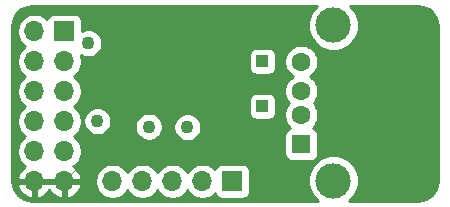
<source format=gbr>
G04 #@! TF.GenerationSoftware,KiCad,Pcbnew,5.1.6-c6e7f7d~86~ubuntu18.04.1*
G04 #@! TF.CreationDate,2021-05-10T21:06:11-07:00*
G04 #@! TF.ProjectId,usb_host_pmod,7573625f-686f-4737-945f-706d6f642e6b,rev?*
G04 #@! TF.SameCoordinates,Original*
G04 #@! TF.FileFunction,Copper,L3,Inr*
G04 #@! TF.FilePolarity,Positive*
%FSLAX46Y46*%
G04 Gerber Fmt 4.6, Leading zero omitted, Abs format (unit mm)*
G04 Created by KiCad (PCBNEW 5.1.6-c6e7f7d~86~ubuntu18.04.1) date 2021-05-10 21:06:11*
%MOMM*%
%LPD*%
G01*
G04 APERTURE LIST*
G04 #@! TA.AperFunction,ViaPad*
%ADD10R,1.000000X1.000000*%
G04 #@! TD*
G04 #@! TA.AperFunction,ViaPad*
%ADD11C,1.600000*%
G04 #@! TD*
G04 #@! TA.AperFunction,ViaPad*
%ADD12R,1.600000X1.600000*%
G04 #@! TD*
G04 #@! TA.AperFunction,ViaPad*
%ADD13C,3.000000*%
G04 #@! TD*
G04 #@! TA.AperFunction,ViaPad*
%ADD14O,1.700000X1.700000*%
G04 #@! TD*
G04 #@! TA.AperFunction,ViaPad*
%ADD15R,1.700000X1.700000*%
G04 #@! TD*
G04 #@! TA.AperFunction,ViaPad*
%ADD16C,1.100000*%
G04 #@! TD*
G04 #@! TA.AperFunction,Conductor*
%ADD17C,0.088900*%
G04 #@! TD*
G04 #@! TA.AperFunction,Conductor*
%ADD18C,0.254000*%
G04 #@! TD*
G04 APERTURE END LIST*
D10*
X103124000Y-96520000D03*
X103124000Y-100330000D03*
D11*
X106426000Y-96542000D03*
X106426000Y-99042000D03*
X106426000Y-101042000D03*
D12*
X106426000Y-103542000D03*
D13*
X109136000Y-106612000D03*
X109136000Y-93472000D03*
D14*
X90424000Y-106680000D03*
X92964000Y-106680000D03*
X95504000Y-106680000D03*
X98044000Y-106680000D03*
D15*
X100584000Y-106680000D03*
D14*
X83820000Y-106680000D03*
X86360000Y-106680000D03*
X83820000Y-104140000D03*
X86360000Y-104140000D03*
X83820000Y-101600000D03*
X86360000Y-101600000D03*
X83820000Y-99060000D03*
X86360000Y-99060000D03*
X83820000Y-96520000D03*
X86360000Y-96520000D03*
X83820000Y-93980000D03*
D15*
X86360000Y-93980000D03*
D16*
X90678000Y-97028000D03*
X88392000Y-94996000D03*
X96774000Y-102108000D03*
X93512540Y-102044500D03*
X89154000Y-101600000D03*
D17*
X83820000Y-106680000D02*
X86360000Y-106680000D01*
X89916000Y-97282000D02*
X90424000Y-97282000D01*
X90424000Y-97282000D02*
X90678000Y-97028000D01*
X86360000Y-106680000D02*
X87884000Y-105156000D01*
X87884000Y-105156000D02*
X87884000Y-99314000D01*
X87884000Y-99314000D02*
X89916000Y-97282000D01*
D18*
G36*
X107477637Y-92111017D02*
G01*
X107243988Y-92460698D01*
X107083047Y-92849244D01*
X107001000Y-93261721D01*
X107001000Y-93682279D01*
X107083047Y-94094756D01*
X107243988Y-94483302D01*
X107477637Y-94832983D01*
X107775017Y-95130363D01*
X108124698Y-95364012D01*
X108513244Y-95524953D01*
X108925721Y-95607000D01*
X109346279Y-95607000D01*
X109758756Y-95524953D01*
X110147302Y-95364012D01*
X110496983Y-95130363D01*
X110794363Y-94832983D01*
X111028012Y-94483302D01*
X111188953Y-94094756D01*
X111271000Y-93682279D01*
X111271000Y-93261721D01*
X111188953Y-92849244D01*
X111028012Y-92460698D01*
X110794363Y-92111017D01*
X110529346Y-91846000D01*
X116299721Y-91846000D01*
X116647210Y-91880072D01*
X116950413Y-91971614D01*
X117230064Y-92120307D01*
X117475505Y-92320484D01*
X117677391Y-92564521D01*
X117828031Y-92843125D01*
X117921690Y-93145688D01*
X117958001Y-93491167D01*
X117958000Y-106647721D01*
X117923928Y-106995209D01*
X117832384Y-107298417D01*
X117683693Y-107578063D01*
X117483516Y-107823505D01*
X117239476Y-108025392D01*
X116960875Y-108176031D01*
X116658313Y-108269690D01*
X116312842Y-108306000D01*
X110443648Y-108306000D01*
X110496983Y-108270363D01*
X110794363Y-107972983D01*
X111028012Y-107623302D01*
X111188953Y-107234756D01*
X111271000Y-106822279D01*
X111271000Y-106401721D01*
X111188953Y-105989244D01*
X111028012Y-105600698D01*
X110794363Y-105251017D01*
X110496983Y-104953637D01*
X110147302Y-104719988D01*
X109758756Y-104559047D01*
X109346279Y-104477000D01*
X108925721Y-104477000D01*
X108513244Y-104559047D01*
X108124698Y-104719988D01*
X107775017Y-104953637D01*
X107477637Y-105251017D01*
X107243988Y-105600698D01*
X107083047Y-105989244D01*
X107001000Y-106401721D01*
X107001000Y-106822279D01*
X107083047Y-107234756D01*
X107243988Y-107623302D01*
X107477637Y-107972983D01*
X107775017Y-108270363D01*
X107828352Y-108306000D01*
X83598279Y-108306000D01*
X83250791Y-108271928D01*
X82947583Y-108180384D01*
X82667937Y-108031693D01*
X82422495Y-107831516D01*
X82220608Y-107587476D01*
X82069969Y-107308875D01*
X81985776Y-107036890D01*
X82378524Y-107036890D01*
X82423175Y-107184099D01*
X82548359Y-107446920D01*
X82722412Y-107680269D01*
X82938645Y-107875178D01*
X83188748Y-108024157D01*
X83463109Y-108121481D01*
X83693000Y-108000814D01*
X83693000Y-106807000D01*
X83947000Y-106807000D01*
X83947000Y-108000814D01*
X84176891Y-108121481D01*
X84451252Y-108024157D01*
X84701355Y-107875178D01*
X84917588Y-107680269D01*
X85090000Y-107449120D01*
X85262412Y-107680269D01*
X85478645Y-107875178D01*
X85728748Y-108024157D01*
X86003109Y-108121481D01*
X86233000Y-108000814D01*
X86233000Y-106807000D01*
X86487000Y-106807000D01*
X86487000Y-108000814D01*
X86716891Y-108121481D01*
X86991252Y-108024157D01*
X87241355Y-107875178D01*
X87457588Y-107680269D01*
X87631641Y-107446920D01*
X87756825Y-107184099D01*
X87801476Y-107036890D01*
X87680155Y-106807000D01*
X86487000Y-106807000D01*
X86233000Y-106807000D01*
X83947000Y-106807000D01*
X83693000Y-106807000D01*
X82499845Y-106807000D01*
X82378524Y-107036890D01*
X81985776Y-107036890D01*
X81976310Y-107006313D01*
X81940000Y-106660842D01*
X81940000Y-93833740D01*
X82335000Y-93833740D01*
X82335000Y-94126260D01*
X82392068Y-94413158D01*
X82504010Y-94683411D01*
X82666525Y-94926632D01*
X82873368Y-95133475D01*
X83047760Y-95250000D01*
X82873368Y-95366525D01*
X82666525Y-95573368D01*
X82504010Y-95816589D01*
X82392068Y-96086842D01*
X82335000Y-96373740D01*
X82335000Y-96666260D01*
X82392068Y-96953158D01*
X82504010Y-97223411D01*
X82666525Y-97466632D01*
X82873368Y-97673475D01*
X83047760Y-97790000D01*
X82873368Y-97906525D01*
X82666525Y-98113368D01*
X82504010Y-98356589D01*
X82392068Y-98626842D01*
X82335000Y-98913740D01*
X82335000Y-99206260D01*
X82392068Y-99493158D01*
X82504010Y-99763411D01*
X82666525Y-100006632D01*
X82873368Y-100213475D01*
X83047760Y-100330000D01*
X82873368Y-100446525D01*
X82666525Y-100653368D01*
X82504010Y-100896589D01*
X82392068Y-101166842D01*
X82335000Y-101453740D01*
X82335000Y-101746260D01*
X82392068Y-102033158D01*
X82504010Y-102303411D01*
X82666525Y-102546632D01*
X82873368Y-102753475D01*
X83047760Y-102870000D01*
X82873368Y-102986525D01*
X82666525Y-103193368D01*
X82504010Y-103436589D01*
X82392068Y-103706842D01*
X82335000Y-103993740D01*
X82335000Y-104286260D01*
X82392068Y-104573158D01*
X82504010Y-104843411D01*
X82666525Y-105086632D01*
X82873368Y-105293475D01*
X83055534Y-105415195D01*
X82938645Y-105484822D01*
X82722412Y-105679731D01*
X82548359Y-105913080D01*
X82423175Y-106175901D01*
X82378524Y-106323110D01*
X82499845Y-106553000D01*
X83693000Y-106553000D01*
X83693000Y-106533000D01*
X83947000Y-106533000D01*
X83947000Y-106553000D01*
X86233000Y-106553000D01*
X86233000Y-106533000D01*
X86487000Y-106533000D01*
X86487000Y-106553000D01*
X87680155Y-106553000D01*
X87690319Y-106533740D01*
X88939000Y-106533740D01*
X88939000Y-106826260D01*
X88996068Y-107113158D01*
X89108010Y-107383411D01*
X89270525Y-107626632D01*
X89477368Y-107833475D01*
X89720589Y-107995990D01*
X89990842Y-108107932D01*
X90277740Y-108165000D01*
X90570260Y-108165000D01*
X90857158Y-108107932D01*
X91127411Y-107995990D01*
X91370632Y-107833475D01*
X91577475Y-107626632D01*
X91694000Y-107452240D01*
X91810525Y-107626632D01*
X92017368Y-107833475D01*
X92260589Y-107995990D01*
X92530842Y-108107932D01*
X92817740Y-108165000D01*
X93110260Y-108165000D01*
X93397158Y-108107932D01*
X93667411Y-107995990D01*
X93910632Y-107833475D01*
X94117475Y-107626632D01*
X94234000Y-107452240D01*
X94350525Y-107626632D01*
X94557368Y-107833475D01*
X94800589Y-107995990D01*
X95070842Y-108107932D01*
X95357740Y-108165000D01*
X95650260Y-108165000D01*
X95937158Y-108107932D01*
X96207411Y-107995990D01*
X96450632Y-107833475D01*
X96657475Y-107626632D01*
X96774000Y-107452240D01*
X96890525Y-107626632D01*
X97097368Y-107833475D01*
X97340589Y-107995990D01*
X97610842Y-108107932D01*
X97897740Y-108165000D01*
X98190260Y-108165000D01*
X98477158Y-108107932D01*
X98747411Y-107995990D01*
X98990632Y-107833475D01*
X99122487Y-107701620D01*
X99144498Y-107774180D01*
X99203463Y-107884494D01*
X99282815Y-107981185D01*
X99379506Y-108060537D01*
X99489820Y-108119502D01*
X99609518Y-108155812D01*
X99734000Y-108168072D01*
X101434000Y-108168072D01*
X101558482Y-108155812D01*
X101678180Y-108119502D01*
X101788494Y-108060537D01*
X101885185Y-107981185D01*
X101964537Y-107884494D01*
X102023502Y-107774180D01*
X102059812Y-107654482D01*
X102072072Y-107530000D01*
X102072072Y-105830000D01*
X102059812Y-105705518D01*
X102023502Y-105585820D01*
X101964537Y-105475506D01*
X101885185Y-105378815D01*
X101788494Y-105299463D01*
X101678180Y-105240498D01*
X101558482Y-105204188D01*
X101434000Y-105191928D01*
X99734000Y-105191928D01*
X99609518Y-105204188D01*
X99489820Y-105240498D01*
X99379506Y-105299463D01*
X99282815Y-105378815D01*
X99203463Y-105475506D01*
X99144498Y-105585820D01*
X99122487Y-105658380D01*
X98990632Y-105526525D01*
X98747411Y-105364010D01*
X98477158Y-105252068D01*
X98190260Y-105195000D01*
X97897740Y-105195000D01*
X97610842Y-105252068D01*
X97340589Y-105364010D01*
X97097368Y-105526525D01*
X96890525Y-105733368D01*
X96774000Y-105907760D01*
X96657475Y-105733368D01*
X96450632Y-105526525D01*
X96207411Y-105364010D01*
X95937158Y-105252068D01*
X95650260Y-105195000D01*
X95357740Y-105195000D01*
X95070842Y-105252068D01*
X94800589Y-105364010D01*
X94557368Y-105526525D01*
X94350525Y-105733368D01*
X94234000Y-105907760D01*
X94117475Y-105733368D01*
X93910632Y-105526525D01*
X93667411Y-105364010D01*
X93397158Y-105252068D01*
X93110260Y-105195000D01*
X92817740Y-105195000D01*
X92530842Y-105252068D01*
X92260589Y-105364010D01*
X92017368Y-105526525D01*
X91810525Y-105733368D01*
X91694000Y-105907760D01*
X91577475Y-105733368D01*
X91370632Y-105526525D01*
X91127411Y-105364010D01*
X90857158Y-105252068D01*
X90570260Y-105195000D01*
X90277740Y-105195000D01*
X89990842Y-105252068D01*
X89720589Y-105364010D01*
X89477368Y-105526525D01*
X89270525Y-105733368D01*
X89108010Y-105976589D01*
X88996068Y-106246842D01*
X88939000Y-106533740D01*
X87690319Y-106533740D01*
X87801476Y-106323110D01*
X87756825Y-106175901D01*
X87631641Y-105913080D01*
X87457588Y-105679731D01*
X87241355Y-105484822D01*
X87124466Y-105415195D01*
X87306632Y-105293475D01*
X87513475Y-105086632D01*
X87675990Y-104843411D01*
X87787932Y-104573158D01*
X87845000Y-104286260D01*
X87845000Y-103993740D01*
X87787932Y-103706842D01*
X87675990Y-103436589D01*
X87513475Y-103193368D01*
X87306632Y-102986525D01*
X87132240Y-102870000D01*
X87306632Y-102753475D01*
X87513475Y-102546632D01*
X87675990Y-102303411D01*
X87787932Y-102033158D01*
X87845000Y-101746260D01*
X87845000Y-101483288D01*
X87969000Y-101483288D01*
X87969000Y-101716712D01*
X88014539Y-101945652D01*
X88103866Y-102161308D01*
X88233550Y-102355394D01*
X88398606Y-102520450D01*
X88592692Y-102650134D01*
X88808348Y-102739461D01*
X89037288Y-102785000D01*
X89270712Y-102785000D01*
X89499652Y-102739461D01*
X89715308Y-102650134D01*
X89909394Y-102520450D01*
X90074450Y-102355394D01*
X90204134Y-102161308D01*
X90293461Y-101945652D01*
X90297014Y-101927788D01*
X92327540Y-101927788D01*
X92327540Y-102161212D01*
X92373079Y-102390152D01*
X92462406Y-102605808D01*
X92592090Y-102799894D01*
X92757146Y-102964950D01*
X92951232Y-103094634D01*
X93166888Y-103183961D01*
X93395828Y-103229500D01*
X93629252Y-103229500D01*
X93858192Y-103183961D01*
X94073848Y-103094634D01*
X94267934Y-102964950D01*
X94432990Y-102799894D01*
X94562674Y-102605808D01*
X94652001Y-102390152D01*
X94697540Y-102161212D01*
X94697540Y-101991288D01*
X95589000Y-101991288D01*
X95589000Y-102224712D01*
X95634539Y-102453652D01*
X95723866Y-102669308D01*
X95853550Y-102863394D01*
X96018606Y-103028450D01*
X96212692Y-103158134D01*
X96428348Y-103247461D01*
X96657288Y-103293000D01*
X96890712Y-103293000D01*
X97119652Y-103247461D01*
X97335308Y-103158134D01*
X97529394Y-103028450D01*
X97694450Y-102863394D01*
X97775562Y-102742000D01*
X104987928Y-102742000D01*
X104987928Y-104342000D01*
X105000188Y-104466482D01*
X105036498Y-104586180D01*
X105095463Y-104696494D01*
X105174815Y-104793185D01*
X105271506Y-104872537D01*
X105381820Y-104931502D01*
X105501518Y-104967812D01*
X105626000Y-104980072D01*
X107226000Y-104980072D01*
X107350482Y-104967812D01*
X107470180Y-104931502D01*
X107580494Y-104872537D01*
X107677185Y-104793185D01*
X107756537Y-104696494D01*
X107815502Y-104586180D01*
X107851812Y-104466482D01*
X107864072Y-104342000D01*
X107864072Y-102742000D01*
X107851812Y-102617518D01*
X107815502Y-102497820D01*
X107756537Y-102387506D01*
X107677185Y-102290815D01*
X107580494Y-102211463D01*
X107470180Y-102152498D01*
X107374057Y-102123339D01*
X107540637Y-101956759D01*
X107697680Y-101721727D01*
X107805853Y-101460574D01*
X107861000Y-101183335D01*
X107861000Y-100900665D01*
X107805853Y-100623426D01*
X107697680Y-100362273D01*
X107540637Y-100127241D01*
X107455396Y-100042000D01*
X107540637Y-99956759D01*
X107697680Y-99721727D01*
X107805853Y-99460574D01*
X107861000Y-99183335D01*
X107861000Y-98900665D01*
X107805853Y-98623426D01*
X107697680Y-98362273D01*
X107540637Y-98127241D01*
X107340759Y-97927363D01*
X107138173Y-97792000D01*
X107340759Y-97656637D01*
X107540637Y-97456759D01*
X107697680Y-97221727D01*
X107805853Y-96960574D01*
X107861000Y-96683335D01*
X107861000Y-96400665D01*
X107805853Y-96123426D01*
X107697680Y-95862273D01*
X107540637Y-95627241D01*
X107340759Y-95427363D01*
X107105727Y-95270320D01*
X106844574Y-95162147D01*
X106567335Y-95107000D01*
X106284665Y-95107000D01*
X106007426Y-95162147D01*
X105746273Y-95270320D01*
X105511241Y-95427363D01*
X105311363Y-95627241D01*
X105154320Y-95862273D01*
X105046147Y-96123426D01*
X104991000Y-96400665D01*
X104991000Y-96683335D01*
X105046147Y-96960574D01*
X105154320Y-97221727D01*
X105311363Y-97456759D01*
X105511241Y-97656637D01*
X105713827Y-97792000D01*
X105511241Y-97927363D01*
X105311363Y-98127241D01*
X105154320Y-98362273D01*
X105046147Y-98623426D01*
X104991000Y-98900665D01*
X104991000Y-99183335D01*
X105046147Y-99460574D01*
X105154320Y-99721727D01*
X105311363Y-99956759D01*
X105396604Y-100042000D01*
X105311363Y-100127241D01*
X105154320Y-100362273D01*
X105046147Y-100623426D01*
X104991000Y-100900665D01*
X104991000Y-101183335D01*
X105046147Y-101460574D01*
X105154320Y-101721727D01*
X105311363Y-101956759D01*
X105477943Y-102123339D01*
X105381820Y-102152498D01*
X105271506Y-102211463D01*
X105174815Y-102290815D01*
X105095463Y-102387506D01*
X105036498Y-102497820D01*
X105000188Y-102617518D01*
X104987928Y-102742000D01*
X97775562Y-102742000D01*
X97824134Y-102669308D01*
X97913461Y-102453652D01*
X97959000Y-102224712D01*
X97959000Y-101991288D01*
X97913461Y-101762348D01*
X97824134Y-101546692D01*
X97694450Y-101352606D01*
X97529394Y-101187550D01*
X97335308Y-101057866D01*
X97119652Y-100968539D01*
X96890712Y-100923000D01*
X96657288Y-100923000D01*
X96428348Y-100968539D01*
X96212692Y-101057866D01*
X96018606Y-101187550D01*
X95853550Y-101352606D01*
X95723866Y-101546692D01*
X95634539Y-101762348D01*
X95589000Y-101991288D01*
X94697540Y-101991288D01*
X94697540Y-101927788D01*
X94652001Y-101698848D01*
X94562674Y-101483192D01*
X94432990Y-101289106D01*
X94267934Y-101124050D01*
X94073848Y-100994366D01*
X93858192Y-100905039D01*
X93629252Y-100859500D01*
X93395828Y-100859500D01*
X93166888Y-100905039D01*
X92951232Y-100994366D01*
X92757146Y-101124050D01*
X92592090Y-101289106D01*
X92462406Y-101483192D01*
X92373079Y-101698848D01*
X92327540Y-101927788D01*
X90297014Y-101927788D01*
X90339000Y-101716712D01*
X90339000Y-101483288D01*
X90293461Y-101254348D01*
X90204134Y-101038692D01*
X90074450Y-100844606D01*
X89909394Y-100679550D01*
X89715308Y-100549866D01*
X89499652Y-100460539D01*
X89270712Y-100415000D01*
X89037288Y-100415000D01*
X88808348Y-100460539D01*
X88592692Y-100549866D01*
X88398606Y-100679550D01*
X88233550Y-100844606D01*
X88103866Y-101038692D01*
X88014539Y-101254348D01*
X87969000Y-101483288D01*
X87845000Y-101483288D01*
X87845000Y-101453740D01*
X87787932Y-101166842D01*
X87675990Y-100896589D01*
X87513475Y-100653368D01*
X87306632Y-100446525D01*
X87132240Y-100330000D01*
X87306632Y-100213475D01*
X87513475Y-100006632D01*
X87631496Y-99830000D01*
X101985928Y-99830000D01*
X101985928Y-100830000D01*
X101998188Y-100954482D01*
X102034498Y-101074180D01*
X102093463Y-101184494D01*
X102172815Y-101281185D01*
X102269506Y-101360537D01*
X102379820Y-101419502D01*
X102499518Y-101455812D01*
X102624000Y-101468072D01*
X103624000Y-101468072D01*
X103748482Y-101455812D01*
X103868180Y-101419502D01*
X103978494Y-101360537D01*
X104075185Y-101281185D01*
X104154537Y-101184494D01*
X104213502Y-101074180D01*
X104249812Y-100954482D01*
X104262072Y-100830000D01*
X104262072Y-99830000D01*
X104249812Y-99705518D01*
X104213502Y-99585820D01*
X104154537Y-99475506D01*
X104075185Y-99378815D01*
X103978494Y-99299463D01*
X103868180Y-99240498D01*
X103748482Y-99204188D01*
X103624000Y-99191928D01*
X102624000Y-99191928D01*
X102499518Y-99204188D01*
X102379820Y-99240498D01*
X102269506Y-99299463D01*
X102172815Y-99378815D01*
X102093463Y-99475506D01*
X102034498Y-99585820D01*
X101998188Y-99705518D01*
X101985928Y-99830000D01*
X87631496Y-99830000D01*
X87675990Y-99763411D01*
X87787932Y-99493158D01*
X87845000Y-99206260D01*
X87845000Y-98913740D01*
X87787932Y-98626842D01*
X87675990Y-98356589D01*
X87513475Y-98113368D01*
X87306632Y-97906525D01*
X87132240Y-97790000D01*
X87306632Y-97673475D01*
X87513475Y-97466632D01*
X87675990Y-97223411D01*
X87787932Y-96953158D01*
X87845000Y-96666260D01*
X87845000Y-96373740D01*
X87787932Y-96086842D01*
X87748254Y-95991051D01*
X87830692Y-96046134D01*
X88046348Y-96135461D01*
X88275288Y-96181000D01*
X88508712Y-96181000D01*
X88737652Y-96135461D01*
X88953308Y-96046134D01*
X88992420Y-96020000D01*
X101985928Y-96020000D01*
X101985928Y-97020000D01*
X101998188Y-97144482D01*
X102034498Y-97264180D01*
X102093463Y-97374494D01*
X102172815Y-97471185D01*
X102269506Y-97550537D01*
X102379820Y-97609502D01*
X102499518Y-97645812D01*
X102624000Y-97658072D01*
X103624000Y-97658072D01*
X103748482Y-97645812D01*
X103868180Y-97609502D01*
X103978494Y-97550537D01*
X104075185Y-97471185D01*
X104154537Y-97374494D01*
X104213502Y-97264180D01*
X104249812Y-97144482D01*
X104262072Y-97020000D01*
X104262072Y-96020000D01*
X104249812Y-95895518D01*
X104213502Y-95775820D01*
X104154537Y-95665506D01*
X104075185Y-95568815D01*
X103978494Y-95489463D01*
X103868180Y-95430498D01*
X103748482Y-95394188D01*
X103624000Y-95381928D01*
X102624000Y-95381928D01*
X102499518Y-95394188D01*
X102379820Y-95430498D01*
X102269506Y-95489463D01*
X102172815Y-95568815D01*
X102093463Y-95665506D01*
X102034498Y-95775820D01*
X101998188Y-95895518D01*
X101985928Y-96020000D01*
X88992420Y-96020000D01*
X89147394Y-95916450D01*
X89312450Y-95751394D01*
X89442134Y-95557308D01*
X89531461Y-95341652D01*
X89577000Y-95112712D01*
X89577000Y-94879288D01*
X89531461Y-94650348D01*
X89442134Y-94434692D01*
X89312450Y-94240606D01*
X89147394Y-94075550D01*
X88953308Y-93945866D01*
X88737652Y-93856539D01*
X88508712Y-93811000D01*
X88275288Y-93811000D01*
X88046348Y-93856539D01*
X87848072Y-93938667D01*
X87848072Y-93130000D01*
X87835812Y-93005518D01*
X87799502Y-92885820D01*
X87740537Y-92775506D01*
X87661185Y-92678815D01*
X87564494Y-92599463D01*
X87454180Y-92540498D01*
X87334482Y-92504188D01*
X87210000Y-92491928D01*
X85510000Y-92491928D01*
X85385518Y-92504188D01*
X85265820Y-92540498D01*
X85155506Y-92599463D01*
X85058815Y-92678815D01*
X84979463Y-92775506D01*
X84920498Y-92885820D01*
X84898487Y-92958380D01*
X84766632Y-92826525D01*
X84523411Y-92664010D01*
X84253158Y-92552068D01*
X83966260Y-92495000D01*
X83673740Y-92495000D01*
X83386842Y-92552068D01*
X83116589Y-92664010D01*
X82873368Y-92826525D01*
X82666525Y-93033368D01*
X82504010Y-93276589D01*
X82392068Y-93546842D01*
X82335000Y-93833740D01*
X81940000Y-93833740D01*
X81940000Y-93504279D01*
X81974072Y-93156790D01*
X82065614Y-92853587D01*
X82214307Y-92573936D01*
X82414484Y-92328495D01*
X82658521Y-92126609D01*
X82937125Y-91975969D01*
X83239688Y-91882310D01*
X83585158Y-91846000D01*
X107742654Y-91846000D01*
X107477637Y-92111017D01*
G37*
X107477637Y-92111017D02*
X107243988Y-92460698D01*
X107083047Y-92849244D01*
X107001000Y-93261721D01*
X107001000Y-93682279D01*
X107083047Y-94094756D01*
X107243988Y-94483302D01*
X107477637Y-94832983D01*
X107775017Y-95130363D01*
X108124698Y-95364012D01*
X108513244Y-95524953D01*
X108925721Y-95607000D01*
X109346279Y-95607000D01*
X109758756Y-95524953D01*
X110147302Y-95364012D01*
X110496983Y-95130363D01*
X110794363Y-94832983D01*
X111028012Y-94483302D01*
X111188953Y-94094756D01*
X111271000Y-93682279D01*
X111271000Y-93261721D01*
X111188953Y-92849244D01*
X111028012Y-92460698D01*
X110794363Y-92111017D01*
X110529346Y-91846000D01*
X116299721Y-91846000D01*
X116647210Y-91880072D01*
X116950413Y-91971614D01*
X117230064Y-92120307D01*
X117475505Y-92320484D01*
X117677391Y-92564521D01*
X117828031Y-92843125D01*
X117921690Y-93145688D01*
X117958001Y-93491167D01*
X117958000Y-106647721D01*
X117923928Y-106995209D01*
X117832384Y-107298417D01*
X117683693Y-107578063D01*
X117483516Y-107823505D01*
X117239476Y-108025392D01*
X116960875Y-108176031D01*
X116658313Y-108269690D01*
X116312842Y-108306000D01*
X110443648Y-108306000D01*
X110496983Y-108270363D01*
X110794363Y-107972983D01*
X111028012Y-107623302D01*
X111188953Y-107234756D01*
X111271000Y-106822279D01*
X111271000Y-106401721D01*
X111188953Y-105989244D01*
X111028012Y-105600698D01*
X110794363Y-105251017D01*
X110496983Y-104953637D01*
X110147302Y-104719988D01*
X109758756Y-104559047D01*
X109346279Y-104477000D01*
X108925721Y-104477000D01*
X108513244Y-104559047D01*
X108124698Y-104719988D01*
X107775017Y-104953637D01*
X107477637Y-105251017D01*
X107243988Y-105600698D01*
X107083047Y-105989244D01*
X107001000Y-106401721D01*
X107001000Y-106822279D01*
X107083047Y-107234756D01*
X107243988Y-107623302D01*
X107477637Y-107972983D01*
X107775017Y-108270363D01*
X107828352Y-108306000D01*
X83598279Y-108306000D01*
X83250791Y-108271928D01*
X82947583Y-108180384D01*
X82667937Y-108031693D01*
X82422495Y-107831516D01*
X82220608Y-107587476D01*
X82069969Y-107308875D01*
X81985776Y-107036890D01*
X82378524Y-107036890D01*
X82423175Y-107184099D01*
X82548359Y-107446920D01*
X82722412Y-107680269D01*
X82938645Y-107875178D01*
X83188748Y-108024157D01*
X83463109Y-108121481D01*
X83693000Y-108000814D01*
X83693000Y-106807000D01*
X83947000Y-106807000D01*
X83947000Y-108000814D01*
X84176891Y-108121481D01*
X84451252Y-108024157D01*
X84701355Y-107875178D01*
X84917588Y-107680269D01*
X85090000Y-107449120D01*
X85262412Y-107680269D01*
X85478645Y-107875178D01*
X85728748Y-108024157D01*
X86003109Y-108121481D01*
X86233000Y-108000814D01*
X86233000Y-106807000D01*
X86487000Y-106807000D01*
X86487000Y-108000814D01*
X86716891Y-108121481D01*
X86991252Y-108024157D01*
X87241355Y-107875178D01*
X87457588Y-107680269D01*
X87631641Y-107446920D01*
X87756825Y-107184099D01*
X87801476Y-107036890D01*
X87680155Y-106807000D01*
X86487000Y-106807000D01*
X86233000Y-106807000D01*
X83947000Y-106807000D01*
X83693000Y-106807000D01*
X82499845Y-106807000D01*
X82378524Y-107036890D01*
X81985776Y-107036890D01*
X81976310Y-107006313D01*
X81940000Y-106660842D01*
X81940000Y-93833740D01*
X82335000Y-93833740D01*
X82335000Y-94126260D01*
X82392068Y-94413158D01*
X82504010Y-94683411D01*
X82666525Y-94926632D01*
X82873368Y-95133475D01*
X83047760Y-95250000D01*
X82873368Y-95366525D01*
X82666525Y-95573368D01*
X82504010Y-95816589D01*
X82392068Y-96086842D01*
X82335000Y-96373740D01*
X82335000Y-96666260D01*
X82392068Y-96953158D01*
X82504010Y-97223411D01*
X82666525Y-97466632D01*
X82873368Y-97673475D01*
X83047760Y-97790000D01*
X82873368Y-97906525D01*
X82666525Y-98113368D01*
X82504010Y-98356589D01*
X82392068Y-98626842D01*
X82335000Y-98913740D01*
X82335000Y-99206260D01*
X82392068Y-99493158D01*
X82504010Y-99763411D01*
X82666525Y-100006632D01*
X82873368Y-100213475D01*
X83047760Y-100330000D01*
X82873368Y-100446525D01*
X82666525Y-100653368D01*
X82504010Y-100896589D01*
X82392068Y-101166842D01*
X82335000Y-101453740D01*
X82335000Y-101746260D01*
X82392068Y-102033158D01*
X82504010Y-102303411D01*
X82666525Y-102546632D01*
X82873368Y-102753475D01*
X83047760Y-102870000D01*
X82873368Y-102986525D01*
X82666525Y-103193368D01*
X82504010Y-103436589D01*
X82392068Y-103706842D01*
X82335000Y-103993740D01*
X82335000Y-104286260D01*
X82392068Y-104573158D01*
X82504010Y-104843411D01*
X82666525Y-105086632D01*
X82873368Y-105293475D01*
X83055534Y-105415195D01*
X82938645Y-105484822D01*
X82722412Y-105679731D01*
X82548359Y-105913080D01*
X82423175Y-106175901D01*
X82378524Y-106323110D01*
X82499845Y-106553000D01*
X83693000Y-106553000D01*
X83693000Y-106533000D01*
X83947000Y-106533000D01*
X83947000Y-106553000D01*
X86233000Y-106553000D01*
X86233000Y-106533000D01*
X86487000Y-106533000D01*
X86487000Y-106553000D01*
X87680155Y-106553000D01*
X87690319Y-106533740D01*
X88939000Y-106533740D01*
X88939000Y-106826260D01*
X88996068Y-107113158D01*
X89108010Y-107383411D01*
X89270525Y-107626632D01*
X89477368Y-107833475D01*
X89720589Y-107995990D01*
X89990842Y-108107932D01*
X90277740Y-108165000D01*
X90570260Y-108165000D01*
X90857158Y-108107932D01*
X91127411Y-107995990D01*
X91370632Y-107833475D01*
X91577475Y-107626632D01*
X91694000Y-107452240D01*
X91810525Y-107626632D01*
X92017368Y-107833475D01*
X92260589Y-107995990D01*
X92530842Y-108107932D01*
X92817740Y-108165000D01*
X93110260Y-108165000D01*
X93397158Y-108107932D01*
X93667411Y-107995990D01*
X93910632Y-107833475D01*
X94117475Y-107626632D01*
X94234000Y-107452240D01*
X94350525Y-107626632D01*
X94557368Y-107833475D01*
X94800589Y-107995990D01*
X95070842Y-108107932D01*
X95357740Y-108165000D01*
X95650260Y-108165000D01*
X95937158Y-108107932D01*
X96207411Y-107995990D01*
X96450632Y-107833475D01*
X96657475Y-107626632D01*
X96774000Y-107452240D01*
X96890525Y-107626632D01*
X97097368Y-107833475D01*
X97340589Y-107995990D01*
X97610842Y-108107932D01*
X97897740Y-108165000D01*
X98190260Y-108165000D01*
X98477158Y-108107932D01*
X98747411Y-107995990D01*
X98990632Y-107833475D01*
X99122487Y-107701620D01*
X99144498Y-107774180D01*
X99203463Y-107884494D01*
X99282815Y-107981185D01*
X99379506Y-108060537D01*
X99489820Y-108119502D01*
X99609518Y-108155812D01*
X99734000Y-108168072D01*
X101434000Y-108168072D01*
X101558482Y-108155812D01*
X101678180Y-108119502D01*
X101788494Y-108060537D01*
X101885185Y-107981185D01*
X101964537Y-107884494D01*
X102023502Y-107774180D01*
X102059812Y-107654482D01*
X102072072Y-107530000D01*
X102072072Y-105830000D01*
X102059812Y-105705518D01*
X102023502Y-105585820D01*
X101964537Y-105475506D01*
X101885185Y-105378815D01*
X101788494Y-105299463D01*
X101678180Y-105240498D01*
X101558482Y-105204188D01*
X101434000Y-105191928D01*
X99734000Y-105191928D01*
X99609518Y-105204188D01*
X99489820Y-105240498D01*
X99379506Y-105299463D01*
X99282815Y-105378815D01*
X99203463Y-105475506D01*
X99144498Y-105585820D01*
X99122487Y-105658380D01*
X98990632Y-105526525D01*
X98747411Y-105364010D01*
X98477158Y-105252068D01*
X98190260Y-105195000D01*
X97897740Y-105195000D01*
X97610842Y-105252068D01*
X97340589Y-105364010D01*
X97097368Y-105526525D01*
X96890525Y-105733368D01*
X96774000Y-105907760D01*
X96657475Y-105733368D01*
X96450632Y-105526525D01*
X96207411Y-105364010D01*
X95937158Y-105252068D01*
X95650260Y-105195000D01*
X95357740Y-105195000D01*
X95070842Y-105252068D01*
X94800589Y-105364010D01*
X94557368Y-105526525D01*
X94350525Y-105733368D01*
X94234000Y-105907760D01*
X94117475Y-105733368D01*
X93910632Y-105526525D01*
X93667411Y-105364010D01*
X93397158Y-105252068D01*
X93110260Y-105195000D01*
X92817740Y-105195000D01*
X92530842Y-105252068D01*
X92260589Y-105364010D01*
X92017368Y-105526525D01*
X91810525Y-105733368D01*
X91694000Y-105907760D01*
X91577475Y-105733368D01*
X91370632Y-105526525D01*
X91127411Y-105364010D01*
X90857158Y-105252068D01*
X90570260Y-105195000D01*
X90277740Y-105195000D01*
X89990842Y-105252068D01*
X89720589Y-105364010D01*
X89477368Y-105526525D01*
X89270525Y-105733368D01*
X89108010Y-105976589D01*
X88996068Y-106246842D01*
X88939000Y-106533740D01*
X87690319Y-106533740D01*
X87801476Y-106323110D01*
X87756825Y-106175901D01*
X87631641Y-105913080D01*
X87457588Y-105679731D01*
X87241355Y-105484822D01*
X87124466Y-105415195D01*
X87306632Y-105293475D01*
X87513475Y-105086632D01*
X87675990Y-104843411D01*
X87787932Y-104573158D01*
X87845000Y-104286260D01*
X87845000Y-103993740D01*
X87787932Y-103706842D01*
X87675990Y-103436589D01*
X87513475Y-103193368D01*
X87306632Y-102986525D01*
X87132240Y-102870000D01*
X87306632Y-102753475D01*
X87513475Y-102546632D01*
X87675990Y-102303411D01*
X87787932Y-102033158D01*
X87845000Y-101746260D01*
X87845000Y-101483288D01*
X87969000Y-101483288D01*
X87969000Y-101716712D01*
X88014539Y-101945652D01*
X88103866Y-102161308D01*
X88233550Y-102355394D01*
X88398606Y-102520450D01*
X88592692Y-102650134D01*
X88808348Y-102739461D01*
X89037288Y-102785000D01*
X89270712Y-102785000D01*
X89499652Y-102739461D01*
X89715308Y-102650134D01*
X89909394Y-102520450D01*
X90074450Y-102355394D01*
X90204134Y-102161308D01*
X90293461Y-101945652D01*
X90297014Y-101927788D01*
X92327540Y-101927788D01*
X92327540Y-102161212D01*
X92373079Y-102390152D01*
X92462406Y-102605808D01*
X92592090Y-102799894D01*
X92757146Y-102964950D01*
X92951232Y-103094634D01*
X93166888Y-103183961D01*
X93395828Y-103229500D01*
X93629252Y-103229500D01*
X93858192Y-103183961D01*
X94073848Y-103094634D01*
X94267934Y-102964950D01*
X94432990Y-102799894D01*
X94562674Y-102605808D01*
X94652001Y-102390152D01*
X94697540Y-102161212D01*
X94697540Y-101991288D01*
X95589000Y-101991288D01*
X95589000Y-102224712D01*
X95634539Y-102453652D01*
X95723866Y-102669308D01*
X95853550Y-102863394D01*
X96018606Y-103028450D01*
X96212692Y-103158134D01*
X96428348Y-103247461D01*
X96657288Y-103293000D01*
X96890712Y-103293000D01*
X97119652Y-103247461D01*
X97335308Y-103158134D01*
X97529394Y-103028450D01*
X97694450Y-102863394D01*
X97775562Y-102742000D01*
X104987928Y-102742000D01*
X104987928Y-104342000D01*
X105000188Y-104466482D01*
X105036498Y-104586180D01*
X105095463Y-104696494D01*
X105174815Y-104793185D01*
X105271506Y-104872537D01*
X105381820Y-104931502D01*
X105501518Y-104967812D01*
X105626000Y-104980072D01*
X107226000Y-104980072D01*
X107350482Y-104967812D01*
X107470180Y-104931502D01*
X107580494Y-104872537D01*
X107677185Y-104793185D01*
X107756537Y-104696494D01*
X107815502Y-104586180D01*
X107851812Y-104466482D01*
X107864072Y-104342000D01*
X107864072Y-102742000D01*
X107851812Y-102617518D01*
X107815502Y-102497820D01*
X107756537Y-102387506D01*
X107677185Y-102290815D01*
X107580494Y-102211463D01*
X107470180Y-102152498D01*
X107374057Y-102123339D01*
X107540637Y-101956759D01*
X107697680Y-101721727D01*
X107805853Y-101460574D01*
X107861000Y-101183335D01*
X107861000Y-100900665D01*
X107805853Y-100623426D01*
X107697680Y-100362273D01*
X107540637Y-100127241D01*
X107455396Y-100042000D01*
X107540637Y-99956759D01*
X107697680Y-99721727D01*
X107805853Y-99460574D01*
X107861000Y-99183335D01*
X107861000Y-98900665D01*
X107805853Y-98623426D01*
X107697680Y-98362273D01*
X107540637Y-98127241D01*
X107340759Y-97927363D01*
X107138173Y-97792000D01*
X107340759Y-97656637D01*
X107540637Y-97456759D01*
X107697680Y-97221727D01*
X107805853Y-96960574D01*
X107861000Y-96683335D01*
X107861000Y-96400665D01*
X107805853Y-96123426D01*
X107697680Y-95862273D01*
X107540637Y-95627241D01*
X107340759Y-95427363D01*
X107105727Y-95270320D01*
X106844574Y-95162147D01*
X106567335Y-95107000D01*
X106284665Y-95107000D01*
X106007426Y-95162147D01*
X105746273Y-95270320D01*
X105511241Y-95427363D01*
X105311363Y-95627241D01*
X105154320Y-95862273D01*
X105046147Y-96123426D01*
X104991000Y-96400665D01*
X104991000Y-96683335D01*
X105046147Y-96960574D01*
X105154320Y-97221727D01*
X105311363Y-97456759D01*
X105511241Y-97656637D01*
X105713827Y-97792000D01*
X105511241Y-97927363D01*
X105311363Y-98127241D01*
X105154320Y-98362273D01*
X105046147Y-98623426D01*
X104991000Y-98900665D01*
X104991000Y-99183335D01*
X105046147Y-99460574D01*
X105154320Y-99721727D01*
X105311363Y-99956759D01*
X105396604Y-100042000D01*
X105311363Y-100127241D01*
X105154320Y-100362273D01*
X105046147Y-100623426D01*
X104991000Y-100900665D01*
X104991000Y-101183335D01*
X105046147Y-101460574D01*
X105154320Y-101721727D01*
X105311363Y-101956759D01*
X105477943Y-102123339D01*
X105381820Y-102152498D01*
X105271506Y-102211463D01*
X105174815Y-102290815D01*
X105095463Y-102387506D01*
X105036498Y-102497820D01*
X105000188Y-102617518D01*
X104987928Y-102742000D01*
X97775562Y-102742000D01*
X97824134Y-102669308D01*
X97913461Y-102453652D01*
X97959000Y-102224712D01*
X97959000Y-101991288D01*
X97913461Y-101762348D01*
X97824134Y-101546692D01*
X97694450Y-101352606D01*
X97529394Y-101187550D01*
X97335308Y-101057866D01*
X97119652Y-100968539D01*
X96890712Y-100923000D01*
X96657288Y-100923000D01*
X96428348Y-100968539D01*
X96212692Y-101057866D01*
X96018606Y-101187550D01*
X95853550Y-101352606D01*
X95723866Y-101546692D01*
X95634539Y-101762348D01*
X95589000Y-101991288D01*
X94697540Y-101991288D01*
X94697540Y-101927788D01*
X94652001Y-101698848D01*
X94562674Y-101483192D01*
X94432990Y-101289106D01*
X94267934Y-101124050D01*
X94073848Y-100994366D01*
X93858192Y-100905039D01*
X93629252Y-100859500D01*
X93395828Y-100859500D01*
X93166888Y-100905039D01*
X92951232Y-100994366D01*
X92757146Y-101124050D01*
X92592090Y-101289106D01*
X92462406Y-101483192D01*
X92373079Y-101698848D01*
X92327540Y-101927788D01*
X90297014Y-101927788D01*
X90339000Y-101716712D01*
X90339000Y-101483288D01*
X90293461Y-101254348D01*
X90204134Y-101038692D01*
X90074450Y-100844606D01*
X89909394Y-100679550D01*
X89715308Y-100549866D01*
X89499652Y-100460539D01*
X89270712Y-100415000D01*
X89037288Y-100415000D01*
X88808348Y-100460539D01*
X88592692Y-100549866D01*
X88398606Y-100679550D01*
X88233550Y-100844606D01*
X88103866Y-101038692D01*
X88014539Y-101254348D01*
X87969000Y-101483288D01*
X87845000Y-101483288D01*
X87845000Y-101453740D01*
X87787932Y-101166842D01*
X87675990Y-100896589D01*
X87513475Y-100653368D01*
X87306632Y-100446525D01*
X87132240Y-100330000D01*
X87306632Y-100213475D01*
X87513475Y-100006632D01*
X87631496Y-99830000D01*
X101985928Y-99830000D01*
X101985928Y-100830000D01*
X101998188Y-100954482D01*
X102034498Y-101074180D01*
X102093463Y-101184494D01*
X102172815Y-101281185D01*
X102269506Y-101360537D01*
X102379820Y-101419502D01*
X102499518Y-101455812D01*
X102624000Y-101468072D01*
X103624000Y-101468072D01*
X103748482Y-101455812D01*
X103868180Y-101419502D01*
X103978494Y-101360537D01*
X104075185Y-101281185D01*
X104154537Y-101184494D01*
X104213502Y-101074180D01*
X104249812Y-100954482D01*
X104262072Y-100830000D01*
X104262072Y-99830000D01*
X104249812Y-99705518D01*
X104213502Y-99585820D01*
X104154537Y-99475506D01*
X104075185Y-99378815D01*
X103978494Y-99299463D01*
X103868180Y-99240498D01*
X103748482Y-99204188D01*
X103624000Y-99191928D01*
X102624000Y-99191928D01*
X102499518Y-99204188D01*
X102379820Y-99240498D01*
X102269506Y-99299463D01*
X102172815Y-99378815D01*
X102093463Y-99475506D01*
X102034498Y-99585820D01*
X101998188Y-99705518D01*
X101985928Y-99830000D01*
X87631496Y-99830000D01*
X87675990Y-99763411D01*
X87787932Y-99493158D01*
X87845000Y-99206260D01*
X87845000Y-98913740D01*
X87787932Y-98626842D01*
X87675990Y-98356589D01*
X87513475Y-98113368D01*
X87306632Y-97906525D01*
X87132240Y-97790000D01*
X87306632Y-97673475D01*
X87513475Y-97466632D01*
X87675990Y-97223411D01*
X87787932Y-96953158D01*
X87845000Y-96666260D01*
X87845000Y-96373740D01*
X87787932Y-96086842D01*
X87748254Y-95991051D01*
X87830692Y-96046134D01*
X88046348Y-96135461D01*
X88275288Y-96181000D01*
X88508712Y-96181000D01*
X88737652Y-96135461D01*
X88953308Y-96046134D01*
X88992420Y-96020000D01*
X101985928Y-96020000D01*
X101985928Y-97020000D01*
X101998188Y-97144482D01*
X102034498Y-97264180D01*
X102093463Y-97374494D01*
X102172815Y-97471185D01*
X102269506Y-97550537D01*
X102379820Y-97609502D01*
X102499518Y-97645812D01*
X102624000Y-97658072D01*
X103624000Y-97658072D01*
X103748482Y-97645812D01*
X103868180Y-97609502D01*
X103978494Y-97550537D01*
X104075185Y-97471185D01*
X104154537Y-97374494D01*
X104213502Y-97264180D01*
X104249812Y-97144482D01*
X104262072Y-97020000D01*
X104262072Y-96020000D01*
X104249812Y-95895518D01*
X104213502Y-95775820D01*
X104154537Y-95665506D01*
X104075185Y-95568815D01*
X103978494Y-95489463D01*
X103868180Y-95430498D01*
X103748482Y-95394188D01*
X103624000Y-95381928D01*
X102624000Y-95381928D01*
X102499518Y-95394188D01*
X102379820Y-95430498D01*
X102269506Y-95489463D01*
X102172815Y-95568815D01*
X102093463Y-95665506D01*
X102034498Y-95775820D01*
X101998188Y-95895518D01*
X101985928Y-96020000D01*
X88992420Y-96020000D01*
X89147394Y-95916450D01*
X89312450Y-95751394D01*
X89442134Y-95557308D01*
X89531461Y-95341652D01*
X89577000Y-95112712D01*
X89577000Y-94879288D01*
X89531461Y-94650348D01*
X89442134Y-94434692D01*
X89312450Y-94240606D01*
X89147394Y-94075550D01*
X88953308Y-93945866D01*
X88737652Y-93856539D01*
X88508712Y-93811000D01*
X88275288Y-93811000D01*
X88046348Y-93856539D01*
X87848072Y-93938667D01*
X87848072Y-93130000D01*
X87835812Y-93005518D01*
X87799502Y-92885820D01*
X87740537Y-92775506D01*
X87661185Y-92678815D01*
X87564494Y-92599463D01*
X87454180Y-92540498D01*
X87334482Y-92504188D01*
X87210000Y-92491928D01*
X85510000Y-92491928D01*
X85385518Y-92504188D01*
X85265820Y-92540498D01*
X85155506Y-92599463D01*
X85058815Y-92678815D01*
X84979463Y-92775506D01*
X84920498Y-92885820D01*
X84898487Y-92958380D01*
X84766632Y-92826525D01*
X84523411Y-92664010D01*
X84253158Y-92552068D01*
X83966260Y-92495000D01*
X83673740Y-92495000D01*
X83386842Y-92552068D01*
X83116589Y-92664010D01*
X82873368Y-92826525D01*
X82666525Y-93033368D01*
X82504010Y-93276589D01*
X82392068Y-93546842D01*
X82335000Y-93833740D01*
X81940000Y-93833740D01*
X81940000Y-93504279D01*
X81974072Y-93156790D01*
X82065614Y-92853587D01*
X82214307Y-92573936D01*
X82414484Y-92328495D01*
X82658521Y-92126609D01*
X82937125Y-91975969D01*
X83239688Y-91882310D01*
X83585158Y-91846000D01*
X107742654Y-91846000D01*
X107477637Y-92111017D01*
M02*

</source>
